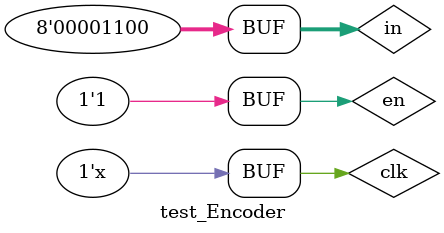
<source format=v>
`timescale 1ns / 1ps

module test_Encoder();

    reg [7:0] in;
    reg en,clk=0;
    wire [2:0]out;
    
    always #10 clk=~clk;
    
    Encoder E1(clk,en,in,out);
    
    initial begin
        #10 en = 0 ; in = 8'h00;
        #10 en = 1 ; in = 8'h00;
        #10 en = 1 ; in = 8'h01;
        #10 en = 1 ; in = 8'h02;
        #10 en = 1 ; in = 8'h03;
        #10 en = 1 ; in = 8'h04;
        #10 en = 1 ; in = 8'h05;
        #10 en = 1 ; in = 8'ha0;
        #10 en = 1 ; in = 8'h0c;    
    end

endmodule

</source>
